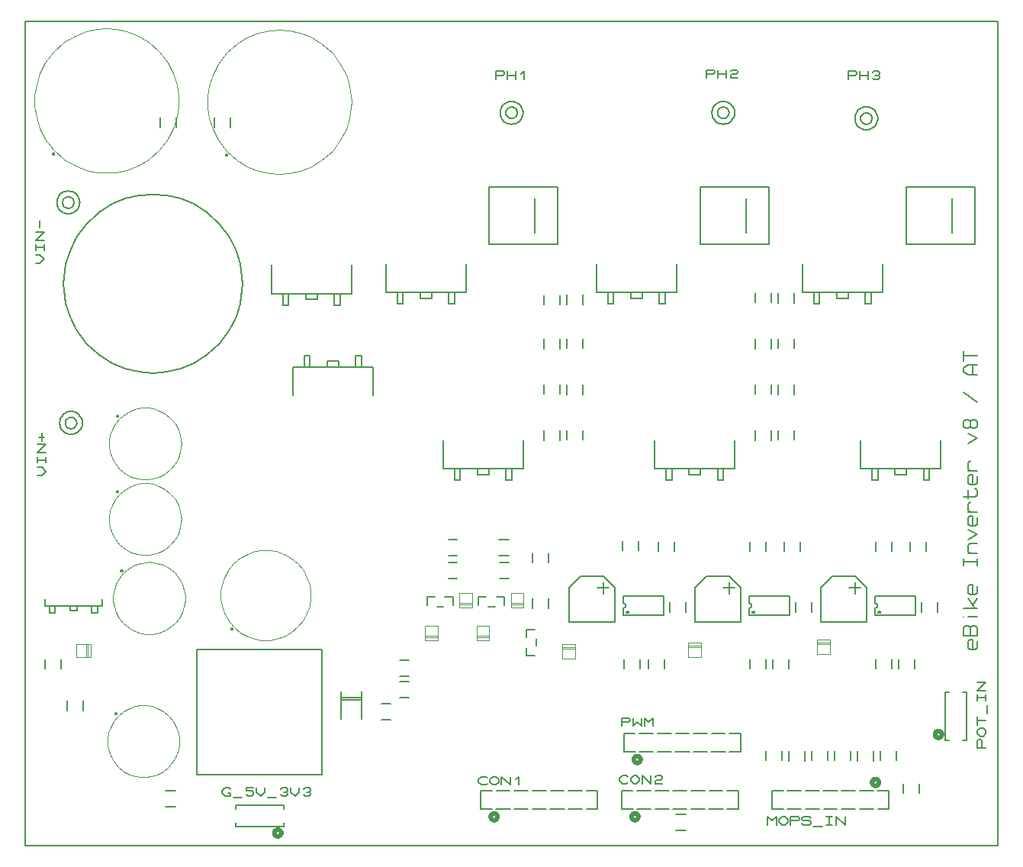
<source format=gbr>
G04 PROTEUS GERBER X2 FILE*
%TF.GenerationSoftware,Labcenter,Proteus,8.7-SP3-Build25561*%
%TF.CreationDate,2021-07-11T19:04:18+00:00*%
%TF.FileFunction,Legend,Top*%
%TF.FilePolarity,Positive*%
%TF.Part,Single*%
%TF.SameCoordinates,{258fd287-c93d-46cd-987c-e4f85f9f1f24}*%
%FSLAX45Y45*%
%MOMM*%
G01*
%TA.AperFunction,Profile*%
%ADD39C,0.203200*%
%TA.AperFunction,Material*%
%ADD47C,0.203200*%
%ADD48C,0.101600*%
%ADD49C,0.200000*%
%ADD50C,0.508000*%
%ADD51C,0.152400*%
%ADD52C,0.120000*%
%TD.AperFunction*%
D39*
X-1079500Y-6413500D02*
X+9715500Y-6413500D01*
X+9715500Y+2730500D01*
X-1079500Y+2730500D01*
X-1079500Y-6413500D01*
D47*
X+6413500Y+254000D02*
X+7175500Y+254000D01*
X+7175500Y+889000D01*
X+6413500Y+889000D01*
X+6413500Y+254000D01*
X+6921500Y+762000D02*
X+6921500Y+381000D01*
X+8699500Y+254000D02*
X+9461500Y+254000D01*
X+9461500Y+889000D01*
X+8699500Y+889000D01*
X+8699500Y+254000D01*
X+9207500Y+762000D02*
X+9207500Y+381000D01*
X+4064000Y+254000D02*
X+4826000Y+254000D01*
X+4826000Y+889000D01*
X+4064000Y+889000D01*
X+4064000Y+254000D01*
X+4572000Y+762000D02*
X+4572000Y+381000D01*
X+4445000Y+1714500D02*
X+4444573Y+1724909D01*
X+4441101Y+1745728D01*
X+4433845Y+1766547D01*
X+4422017Y+1787366D01*
X+4403920Y+1808024D01*
X+4383101Y+1823545D01*
X+4362282Y+1833530D01*
X+4341463Y+1839314D01*
X+4320644Y+1841472D01*
X+4318000Y+1841500D01*
X+4191000Y+1714500D02*
X+4191427Y+1724909D01*
X+4194899Y+1745728D01*
X+4202155Y+1766547D01*
X+4213983Y+1787366D01*
X+4232080Y+1808024D01*
X+4252899Y+1823545D01*
X+4273718Y+1833530D01*
X+4294537Y+1839314D01*
X+4315356Y+1841472D01*
X+4318000Y+1841500D01*
X+4191000Y+1714500D02*
X+4191427Y+1704091D01*
X+4194899Y+1683272D01*
X+4202155Y+1662453D01*
X+4213983Y+1641634D01*
X+4232080Y+1620976D01*
X+4252899Y+1605455D01*
X+4273718Y+1595470D01*
X+4294537Y+1589686D01*
X+4315356Y+1587528D01*
X+4318000Y+1587500D01*
X+4445000Y+1714500D02*
X+4444573Y+1704091D01*
X+4441101Y+1683272D01*
X+4433845Y+1662453D01*
X+4422017Y+1641634D01*
X+4403920Y+1620976D01*
X+4383101Y+1605455D01*
X+4362282Y+1595470D01*
X+4341463Y+1589686D01*
X+4320644Y+1587528D01*
X+4318000Y+1587500D01*
X+4381500Y+1714500D02*
X+4381283Y+1719747D01*
X+4379518Y+1730242D01*
X+4375826Y+1740737D01*
X+4369798Y+1751232D01*
X+4360576Y+1761612D01*
X+4350081Y+1769300D01*
X+4339586Y+1774218D01*
X+4329091Y+1777024D01*
X+4318596Y+1777997D01*
X+4318000Y+1778000D01*
X+4254500Y+1714500D02*
X+4254717Y+1719747D01*
X+4256482Y+1730242D01*
X+4260174Y+1740737D01*
X+4266202Y+1751232D01*
X+4275424Y+1761612D01*
X+4285919Y+1769300D01*
X+4296414Y+1774218D01*
X+4306909Y+1777024D01*
X+4317404Y+1777997D01*
X+4318000Y+1778000D01*
X+4254500Y+1714500D02*
X+4254717Y+1709253D01*
X+4256482Y+1698758D01*
X+4260174Y+1688263D01*
X+4266202Y+1677768D01*
X+4275424Y+1667388D01*
X+4285919Y+1659700D01*
X+4296414Y+1654782D01*
X+4306909Y+1651976D01*
X+4317404Y+1651003D01*
X+4318000Y+1651000D01*
X+4381500Y+1714500D02*
X+4381283Y+1709253D01*
X+4379518Y+1698758D01*
X+4375826Y+1688263D01*
X+4369798Y+1677768D01*
X+4360576Y+1667388D01*
X+4350081Y+1659700D01*
X+4339586Y+1654782D01*
X+4329091Y+1651976D01*
X+4318596Y+1651003D01*
X+4318000Y+1651000D01*
X+4140200Y+2085340D02*
X+4140200Y+2176780D01*
X+4219575Y+2176780D01*
X+4235450Y+2161540D01*
X+4235450Y+2146300D01*
X+4219575Y+2131060D01*
X+4140200Y+2131060D01*
X+4267200Y+2085340D02*
X+4267200Y+2176780D01*
X+4362450Y+2176780D02*
X+4362450Y+2085340D01*
X+4267200Y+2131060D02*
X+4362450Y+2131060D01*
X+4425950Y+2146300D02*
X+4457700Y+2176780D01*
X+4457700Y+2085340D01*
X+6794500Y+1714500D02*
X+6794073Y+1724909D01*
X+6790601Y+1745728D01*
X+6783345Y+1766547D01*
X+6771517Y+1787366D01*
X+6753420Y+1808024D01*
X+6732601Y+1823545D01*
X+6711782Y+1833530D01*
X+6690963Y+1839314D01*
X+6670144Y+1841472D01*
X+6667500Y+1841500D01*
X+6540500Y+1714500D02*
X+6540927Y+1724909D01*
X+6544399Y+1745728D01*
X+6551655Y+1766547D01*
X+6563483Y+1787366D01*
X+6581580Y+1808024D01*
X+6602399Y+1823545D01*
X+6623218Y+1833530D01*
X+6644037Y+1839314D01*
X+6664856Y+1841472D01*
X+6667500Y+1841500D01*
X+6540500Y+1714500D02*
X+6540927Y+1704091D01*
X+6544399Y+1683272D01*
X+6551655Y+1662453D01*
X+6563483Y+1641634D01*
X+6581580Y+1620976D01*
X+6602399Y+1605455D01*
X+6623218Y+1595470D01*
X+6644037Y+1589686D01*
X+6664856Y+1587528D01*
X+6667500Y+1587500D01*
X+6794500Y+1714500D02*
X+6794073Y+1704091D01*
X+6790601Y+1683272D01*
X+6783345Y+1662453D01*
X+6771517Y+1641634D01*
X+6753420Y+1620976D01*
X+6732601Y+1605455D01*
X+6711782Y+1595470D01*
X+6690963Y+1589686D01*
X+6670144Y+1587528D01*
X+6667500Y+1587500D01*
X+6731000Y+1714500D02*
X+6730783Y+1719747D01*
X+6729018Y+1730242D01*
X+6725326Y+1740737D01*
X+6719298Y+1751232D01*
X+6710076Y+1761612D01*
X+6699581Y+1769300D01*
X+6689086Y+1774218D01*
X+6678591Y+1777024D01*
X+6668096Y+1777997D01*
X+6667500Y+1778000D01*
X+6604000Y+1714500D02*
X+6604217Y+1719747D01*
X+6605982Y+1730242D01*
X+6609674Y+1740737D01*
X+6615702Y+1751232D01*
X+6624924Y+1761612D01*
X+6635419Y+1769300D01*
X+6645914Y+1774218D01*
X+6656409Y+1777024D01*
X+6666904Y+1777997D01*
X+6667500Y+1778000D01*
X+6604000Y+1714500D02*
X+6604217Y+1709253D01*
X+6605982Y+1698758D01*
X+6609674Y+1688263D01*
X+6615702Y+1677768D01*
X+6624924Y+1667388D01*
X+6635419Y+1659700D01*
X+6645914Y+1654782D01*
X+6656409Y+1651976D01*
X+6666904Y+1651003D01*
X+6667500Y+1651000D01*
X+6731000Y+1714500D02*
X+6730783Y+1709253D01*
X+6729018Y+1698758D01*
X+6725326Y+1688263D01*
X+6719298Y+1677768D01*
X+6710076Y+1667388D01*
X+6699581Y+1659700D01*
X+6689086Y+1654782D01*
X+6678591Y+1651976D01*
X+6668096Y+1651003D01*
X+6667500Y+1651000D01*
X+6477000Y+2098040D02*
X+6477000Y+2189480D01*
X+6556375Y+2189480D01*
X+6572250Y+2174240D01*
X+6572250Y+2159000D01*
X+6556375Y+2143760D01*
X+6477000Y+2143760D01*
X+6604000Y+2098040D02*
X+6604000Y+2189480D01*
X+6699250Y+2189480D02*
X+6699250Y+2098040D01*
X+6604000Y+2143760D02*
X+6699250Y+2143760D01*
X+6746875Y+2174240D02*
X+6762750Y+2189480D01*
X+6810375Y+2189480D01*
X+6826250Y+2174240D01*
X+6826250Y+2159000D01*
X+6810375Y+2143760D01*
X+6762750Y+2143760D01*
X+6746875Y+2128520D01*
X+6746875Y+2098040D01*
X+6826250Y+2098040D01*
X+8382000Y+1651000D02*
X+8381573Y+1661409D01*
X+8378101Y+1682228D01*
X+8370845Y+1703047D01*
X+8359017Y+1723866D01*
X+8340920Y+1744524D01*
X+8320101Y+1760045D01*
X+8299282Y+1770030D01*
X+8278463Y+1775814D01*
X+8257644Y+1777972D01*
X+8255000Y+1778000D01*
X+8128000Y+1651000D02*
X+8128427Y+1661409D01*
X+8131899Y+1682228D01*
X+8139155Y+1703047D01*
X+8150983Y+1723866D01*
X+8169080Y+1744524D01*
X+8189899Y+1760045D01*
X+8210718Y+1770030D01*
X+8231537Y+1775814D01*
X+8252356Y+1777972D01*
X+8255000Y+1778000D01*
X+8128000Y+1651000D02*
X+8128427Y+1640591D01*
X+8131899Y+1619772D01*
X+8139155Y+1598953D01*
X+8150983Y+1578134D01*
X+8169080Y+1557476D01*
X+8189899Y+1541955D01*
X+8210718Y+1531970D01*
X+8231537Y+1526186D01*
X+8252356Y+1524028D01*
X+8255000Y+1524000D01*
X+8382000Y+1651000D02*
X+8381573Y+1640591D01*
X+8378101Y+1619772D01*
X+8370845Y+1598953D01*
X+8359017Y+1578134D01*
X+8340920Y+1557476D01*
X+8320101Y+1541955D01*
X+8299282Y+1531970D01*
X+8278463Y+1526186D01*
X+8257644Y+1524028D01*
X+8255000Y+1524000D01*
X+8318500Y+1651000D02*
X+8318283Y+1656247D01*
X+8316518Y+1666742D01*
X+8312826Y+1677237D01*
X+8306798Y+1687732D01*
X+8297576Y+1698112D01*
X+8287081Y+1705800D01*
X+8276586Y+1710718D01*
X+8266091Y+1713524D01*
X+8255596Y+1714497D01*
X+8255000Y+1714500D01*
X+8191500Y+1651000D02*
X+8191717Y+1656247D01*
X+8193482Y+1666742D01*
X+8197174Y+1677237D01*
X+8203202Y+1687732D01*
X+8212424Y+1698112D01*
X+8222919Y+1705800D01*
X+8233414Y+1710718D01*
X+8243909Y+1713524D01*
X+8254404Y+1714497D01*
X+8255000Y+1714500D01*
X+8191500Y+1651000D02*
X+8191717Y+1645753D01*
X+8193482Y+1635258D01*
X+8197174Y+1624763D01*
X+8203202Y+1614268D01*
X+8212424Y+1603888D01*
X+8222919Y+1596200D01*
X+8233414Y+1591282D01*
X+8243909Y+1588476D01*
X+8254404Y+1587503D01*
X+8255000Y+1587500D01*
X+8318500Y+1651000D02*
X+8318283Y+1645753D01*
X+8316518Y+1635258D01*
X+8312826Y+1624763D01*
X+8306798Y+1614268D01*
X+8297576Y+1603888D01*
X+8287081Y+1596200D01*
X+8276586Y+1591282D01*
X+8266091Y+1588476D01*
X+8255596Y+1587503D01*
X+8255000Y+1587500D01*
X+8051800Y+2085340D02*
X+8051800Y+2176780D01*
X+8131175Y+2176780D01*
X+8147050Y+2161540D01*
X+8147050Y+2146300D01*
X+8131175Y+2131060D01*
X+8051800Y+2131060D01*
X+8178800Y+2085340D02*
X+8178800Y+2176780D01*
X+8274050Y+2176780D02*
X+8274050Y+2085340D01*
X+8178800Y+2131060D02*
X+8274050Y+2131060D01*
X+8321675Y+2161540D02*
X+8337550Y+2176780D01*
X+8385175Y+2176780D01*
X+8401050Y+2161540D01*
X+8401050Y+2146300D01*
X+8385175Y+2131060D01*
X+8401050Y+2115820D01*
X+8401050Y+2100580D01*
X+8385175Y+2085340D01*
X+8337550Y+2085340D01*
X+8321675Y+2100580D01*
X+8353425Y+2131060D02*
X+8385175Y+2131060D01*
X-863600Y-3683000D02*
X-863600Y-3759200D01*
X-228600Y-3759200D01*
X-228600Y-3683000D01*
X-584200Y-3759200D02*
X-584200Y-3810000D01*
X-508000Y-3810000D01*
X-508000Y-3759200D01*
X-812800Y-3759200D02*
X-812800Y-3835400D01*
X-749300Y-3835400D01*
X-749300Y-3759200D01*
X-279400Y-3759200D02*
X-279400Y-3835400D01*
X-342900Y-3835400D01*
X-342900Y-3759200D02*
X-342900Y-3835400D01*
D48*
X-384910Y-4324500D02*
X-384910Y-4184500D01*
X-404910Y-4324500D02*
X-404910Y-4184500D01*
X-514910Y-4324500D02*
X-354910Y-4324500D01*
X-354910Y-4184500D01*
X-514910Y-4184500D01*
X-514910Y-4324500D01*
D49*
X-684700Y-4449500D02*
X-684700Y-4349500D01*
X-864700Y-4449500D02*
X-864700Y-4349500D01*
D47*
X+825500Y-5626100D02*
X+2209800Y-5626100D01*
X+2209800Y-4241800D01*
X+825500Y-4241800D01*
X+825500Y-5626100D01*
X+2425700Y-4772600D02*
X+2654300Y-4772600D01*
X+2654300Y-4798000D02*
X+2425700Y-4798000D01*
X+2425700Y-5013900D02*
X+2425700Y-4709100D01*
X+2654300Y-5013900D02*
X+2654300Y-4709100D01*
D49*
X-617800Y-4806700D02*
X-617800Y-4916700D01*
X-437800Y-4806700D02*
X-437800Y-4916700D01*
X+3179500Y-4355000D02*
X+3079500Y-4355000D01*
X+3179500Y-4535000D02*
X+3079500Y-4535000D01*
X+418000Y+1665500D02*
X+418000Y+1555500D01*
X+598000Y+1665500D02*
X+598000Y+1555500D01*
X+1014900Y+1665500D02*
X+1014900Y+1555500D01*
X+1194900Y+1665500D02*
X+1194900Y+1555500D01*
D47*
X-475309Y+718491D02*
X-475736Y+728900D01*
X-479208Y+749719D01*
X-486464Y+770538D01*
X-498292Y+791357D01*
X-516389Y+812015D01*
X-537208Y+827536D01*
X-558027Y+837521D01*
X-578846Y+843305D01*
X-599665Y+845463D01*
X-602309Y+845491D01*
X-729309Y+718491D02*
X-728882Y+728900D01*
X-725410Y+749719D01*
X-718154Y+770538D01*
X-706326Y+791357D01*
X-688229Y+812015D01*
X-667410Y+827536D01*
X-646591Y+837521D01*
X-625772Y+843305D01*
X-604953Y+845463D01*
X-602309Y+845491D01*
X-729309Y+718491D02*
X-728882Y+708082D01*
X-725410Y+687263D01*
X-718154Y+666444D01*
X-706326Y+645625D01*
X-688229Y+624967D01*
X-667410Y+609446D01*
X-646591Y+599461D01*
X-625772Y+593677D01*
X-604953Y+591519D01*
X-602309Y+591491D01*
X-475309Y+718491D02*
X-475736Y+708082D01*
X-479208Y+687263D01*
X-486464Y+666444D01*
X-498292Y+645625D01*
X-516389Y+624967D01*
X-537208Y+609446D01*
X-558027Y+599461D01*
X-578846Y+593677D01*
X-599665Y+591519D01*
X-602309Y+591491D01*
X-538809Y+718491D02*
X-539026Y+723738D01*
X-540791Y+734233D01*
X-544483Y+744728D01*
X-550511Y+755223D01*
X-559733Y+765603D01*
X-570228Y+773291D01*
X-580723Y+778209D01*
X-591218Y+781015D01*
X-601713Y+781988D01*
X-602309Y+781991D01*
X-665809Y+718491D02*
X-665592Y+723738D01*
X-663827Y+734233D01*
X-660135Y+744728D01*
X-654107Y+755223D01*
X-644885Y+765603D01*
X-634390Y+773291D01*
X-623895Y+778209D01*
X-613400Y+781015D01*
X-602905Y+781988D01*
X-602309Y+781991D01*
X-665809Y+718491D02*
X-665592Y+713244D01*
X-663827Y+702749D01*
X-660135Y+692254D01*
X-654107Y+681759D01*
X-644885Y+671379D01*
X-634390Y+663691D01*
X-623895Y+658773D01*
X-613400Y+655967D01*
X-602905Y+654994D01*
X-602309Y+654991D01*
X-538809Y+718491D02*
X-539026Y+713244D01*
X-540791Y+702749D01*
X-544483Y+692254D01*
X-550511Y+681759D01*
X-559733Y+671379D01*
X-570228Y+663691D01*
X-580723Y+658773D01*
X-591218Y+655967D01*
X-601713Y+654994D01*
X-602309Y+654991D01*
X-962989Y+45391D02*
X-917269Y+45391D01*
X-871549Y+93016D01*
X-917269Y+140641D01*
X-962989Y+140641D01*
X-962989Y+188266D02*
X-962989Y+251766D01*
X-962989Y+220016D02*
X-871549Y+220016D01*
X-871549Y+188266D02*
X-871549Y+251766D01*
X-871549Y+299391D02*
X-962989Y+299391D01*
X-871549Y+394641D01*
X-962989Y+394641D01*
X-917269Y+442266D02*
X-917269Y+521641D01*
X-444500Y-1727200D02*
X-444927Y-1716791D01*
X-448399Y-1695972D01*
X-455655Y-1675153D01*
X-467483Y-1654334D01*
X-485580Y-1633676D01*
X-506399Y-1618155D01*
X-527218Y-1608170D01*
X-548037Y-1602386D01*
X-568856Y-1600228D01*
X-571500Y-1600200D01*
X-698500Y-1727200D02*
X-698073Y-1716791D01*
X-694601Y-1695972D01*
X-687345Y-1675153D01*
X-675517Y-1654334D01*
X-657420Y-1633676D01*
X-636601Y-1618155D01*
X-615782Y-1608170D01*
X-594963Y-1602386D01*
X-574144Y-1600228D01*
X-571500Y-1600200D01*
X-698500Y-1727200D02*
X-698073Y-1737609D01*
X-694601Y-1758428D01*
X-687345Y-1779247D01*
X-675517Y-1800066D01*
X-657420Y-1820724D01*
X-636601Y-1836245D01*
X-615782Y-1846230D01*
X-594963Y-1852014D01*
X-574144Y-1854172D01*
X-571500Y-1854200D01*
X-444500Y-1727200D02*
X-444927Y-1737609D01*
X-448399Y-1758428D01*
X-455655Y-1779247D01*
X-467483Y-1800066D01*
X-485580Y-1820724D01*
X-506399Y-1836245D01*
X-527218Y-1846230D01*
X-548037Y-1852014D01*
X-568856Y-1854172D01*
X-571500Y-1854200D01*
X-508000Y-1727200D02*
X-508217Y-1721953D01*
X-509982Y-1711458D01*
X-513674Y-1700963D01*
X-519702Y-1690468D01*
X-528924Y-1680088D01*
X-539419Y-1672400D01*
X-549914Y-1667482D01*
X-560409Y-1664676D01*
X-570904Y-1663703D01*
X-571500Y-1663700D01*
X-635000Y-1727200D02*
X-634783Y-1721953D01*
X-633018Y-1711458D01*
X-629326Y-1700963D01*
X-623298Y-1690468D01*
X-614076Y-1680088D01*
X-603581Y-1672400D01*
X-593086Y-1667482D01*
X-582591Y-1664676D01*
X-572096Y-1663703D01*
X-571500Y-1663700D01*
X-635000Y-1727200D02*
X-634783Y-1732447D01*
X-633018Y-1742942D01*
X-629326Y-1753437D01*
X-623298Y-1763932D01*
X-614076Y-1774312D01*
X-603581Y-1782000D01*
X-593086Y-1786918D01*
X-582591Y-1789724D01*
X-572096Y-1790697D01*
X-571500Y-1790700D01*
X-508000Y-1727200D02*
X-508217Y-1732447D01*
X-509982Y-1742942D01*
X-513674Y-1753437D01*
X-519702Y-1763932D01*
X-528924Y-1774312D01*
X-539419Y-1782000D01*
X-549914Y-1786918D01*
X-560409Y-1789724D01*
X-570904Y-1790697D01*
X-571500Y-1790700D01*
X-942340Y-2311400D02*
X-896620Y-2311400D01*
X-850900Y-2263775D01*
X-896620Y-2216150D01*
X-942340Y-2216150D01*
X-942340Y-2168525D02*
X-942340Y-2105025D01*
X-942340Y-2136775D02*
X-850900Y-2136775D01*
X-850900Y-2168525D02*
X-850900Y-2105025D01*
X-850900Y-2057400D02*
X-942340Y-2057400D01*
X-850900Y-1962150D01*
X-942340Y-1962150D01*
X-896620Y-1930400D02*
X-896620Y-1835150D01*
X-927100Y-1882775D02*
X-866140Y-1882775D01*
D49*
X+5942500Y-3043500D02*
X+5942500Y-3143500D01*
X+6122500Y-3043500D02*
X+6122500Y-3143500D01*
X+5548800Y-3041400D02*
X+5548800Y-3141400D01*
X+5728800Y-3041400D02*
X+5728800Y-3141400D01*
D47*
X+5554980Y-3860800D02*
X+5554980Y-3779838D01*
X+5565601Y-3777756D01*
X+5574167Y-3772036D01*
X+5579886Y-3763471D01*
X+5581968Y-3752850D01*
X+5554980Y-3725862D02*
X+5565601Y-3727944D01*
X+5574167Y-3733664D01*
X+5579886Y-3742229D01*
X+5581968Y-3752850D01*
X+5554980Y-3725862D02*
X+5554980Y-3644900D01*
X+6002020Y-3784600D02*
X+6002020Y-3721100D01*
X+5588000Y-3860800D02*
X+5969000Y-3860800D01*
X+5588000Y-3644900D02*
X+5969000Y-3644900D01*
X+5588000Y-3860800D02*
X+5554980Y-3860800D01*
X+5554980Y-3644900D02*
X+5588000Y-3644900D01*
X+6002020Y-3721100D02*
X+6002020Y-3644900D01*
X+5969000Y-3644900D01*
X+5969000Y-3860800D02*
X+6002020Y-3860800D01*
X+6002020Y-3784600D01*
X+5614416Y-3825240D02*
X+5614381Y-3824395D01*
X+5614094Y-3822704D01*
X+5613495Y-3821013D01*
X+5612515Y-3819322D01*
X+5611015Y-3817654D01*
X+5609324Y-3816434D01*
X+5607633Y-3815658D01*
X+5605942Y-3815221D01*
X+5604256Y-3815080D01*
X+5594096Y-3825240D02*
X+5594131Y-3824395D01*
X+5594418Y-3822704D01*
X+5595017Y-3821013D01*
X+5595997Y-3819322D01*
X+5597497Y-3817654D01*
X+5599188Y-3816434D01*
X+5600879Y-3815658D01*
X+5602570Y-3815221D01*
X+5604256Y-3815080D01*
X+5594096Y-3825240D02*
X+5594131Y-3826085D01*
X+5594418Y-3827776D01*
X+5595017Y-3829467D01*
X+5595997Y-3831158D01*
X+5597497Y-3832826D01*
X+5599188Y-3834046D01*
X+5600879Y-3834822D01*
X+5602570Y-3835259D01*
X+5604256Y-3835400D01*
X+5614416Y-3825240D02*
X+5614381Y-3826085D01*
X+5614094Y-3827776D01*
X+5613495Y-3829467D01*
X+5612515Y-3831158D01*
X+5611015Y-3832826D01*
X+5609324Y-3834046D01*
X+5607633Y-3834822D01*
X+5605942Y-3835259D01*
X+5604256Y-3835400D01*
X+6951980Y-3860800D02*
X+6951980Y-3779838D01*
X+6962601Y-3777756D01*
X+6971167Y-3772036D01*
X+6976886Y-3763471D01*
X+6978968Y-3752850D01*
X+6951980Y-3725862D02*
X+6962601Y-3727944D01*
X+6971167Y-3733664D01*
X+6976886Y-3742229D01*
X+6978968Y-3752850D01*
X+6951980Y-3725862D02*
X+6951980Y-3644900D01*
X+7399020Y-3784600D02*
X+7399020Y-3721100D01*
X+6985000Y-3860800D02*
X+7366000Y-3860800D01*
X+6985000Y-3644900D02*
X+7366000Y-3644900D01*
X+6985000Y-3860800D02*
X+6951980Y-3860800D01*
X+6951980Y-3644900D02*
X+6985000Y-3644900D01*
X+7399020Y-3721100D02*
X+7399020Y-3644900D01*
X+7366000Y-3644900D01*
X+7366000Y-3860800D02*
X+7399020Y-3860800D01*
X+7399020Y-3784600D01*
X+7011416Y-3825240D02*
X+7011381Y-3824395D01*
X+7011094Y-3822704D01*
X+7010495Y-3821013D01*
X+7009515Y-3819322D01*
X+7008015Y-3817654D01*
X+7006324Y-3816434D01*
X+7004633Y-3815658D01*
X+7002942Y-3815221D01*
X+7001256Y-3815080D01*
X+6991096Y-3825240D02*
X+6991131Y-3824395D01*
X+6991418Y-3822704D01*
X+6992017Y-3821013D01*
X+6992997Y-3819322D01*
X+6994497Y-3817654D01*
X+6996188Y-3816434D01*
X+6997879Y-3815658D01*
X+6999570Y-3815221D01*
X+7001256Y-3815080D01*
X+6991096Y-3825240D02*
X+6991131Y-3826085D01*
X+6991418Y-3827776D01*
X+6992017Y-3829467D01*
X+6992997Y-3831158D01*
X+6994497Y-3832826D01*
X+6996188Y-3834046D01*
X+6997879Y-3834822D01*
X+6999570Y-3835259D01*
X+7001256Y-3835400D01*
X+7011416Y-3825240D02*
X+7011381Y-3826085D01*
X+7011094Y-3827776D01*
X+7010495Y-3829467D01*
X+7009515Y-3831158D01*
X+7008015Y-3832826D01*
X+7006324Y-3834046D01*
X+7004633Y-3834822D01*
X+7002942Y-3835259D01*
X+7001256Y-3835400D01*
X+8348980Y-3860800D02*
X+8348980Y-3779838D01*
X+8359601Y-3777756D01*
X+8368167Y-3772036D01*
X+8373886Y-3763471D01*
X+8375968Y-3752850D01*
X+8348980Y-3725862D02*
X+8359601Y-3727944D01*
X+8368167Y-3733664D01*
X+8373886Y-3742229D01*
X+8375968Y-3752850D01*
X+8348980Y-3725862D02*
X+8348980Y-3644900D01*
X+8796020Y-3784600D02*
X+8796020Y-3721100D01*
X+8382000Y-3860800D02*
X+8763000Y-3860800D01*
X+8382000Y-3644900D02*
X+8763000Y-3644900D01*
X+8382000Y-3860800D02*
X+8348980Y-3860800D01*
X+8348980Y-3644900D02*
X+8382000Y-3644900D01*
X+8796020Y-3721100D02*
X+8796020Y-3644900D01*
X+8763000Y-3644900D01*
X+8763000Y-3860800D02*
X+8796020Y-3860800D01*
X+8796020Y-3784600D01*
X+8408416Y-3825240D02*
X+8408381Y-3824395D01*
X+8408094Y-3822704D01*
X+8407495Y-3821013D01*
X+8406515Y-3819322D01*
X+8405015Y-3817654D01*
X+8403324Y-3816434D01*
X+8401633Y-3815658D01*
X+8399942Y-3815221D01*
X+8398256Y-3815080D01*
X+8388096Y-3825240D02*
X+8388131Y-3824395D01*
X+8388418Y-3822704D01*
X+8389017Y-3821013D01*
X+8389997Y-3819322D01*
X+8391497Y-3817654D01*
X+8393188Y-3816434D01*
X+8394879Y-3815658D01*
X+8396570Y-3815221D01*
X+8398256Y-3815080D01*
X+8388096Y-3825240D02*
X+8388131Y-3826085D01*
X+8388418Y-3827776D01*
X+8389017Y-3829467D01*
X+8389997Y-3831158D01*
X+8391497Y-3832826D01*
X+8393188Y-3834046D01*
X+8394879Y-3834822D01*
X+8396570Y-3835259D01*
X+8398256Y-3835400D01*
X+8408416Y-3825240D02*
X+8408381Y-3826085D01*
X+8408094Y-3827776D01*
X+8407495Y-3829467D01*
X+8406515Y-3831158D01*
X+8405015Y-3832826D01*
X+8403324Y-3834046D01*
X+8401633Y-3834822D01*
X+8399942Y-3835259D01*
X+8398256Y-3835400D01*
D49*
X+6958500Y-3043500D02*
X+6958500Y-3143500D01*
X+7138500Y-3043500D02*
X+7138500Y-3143500D01*
D47*
X+5461000Y-3556000D02*
X+5334000Y-3429000D01*
X+5080000Y-3429000D01*
X+4953000Y-3556000D01*
X+4953000Y-3937000D01*
X+5461000Y-3937000D01*
X+5461000Y-3556000D01*
X+5334000Y-3492500D02*
X+5334000Y-3619500D01*
X+5397500Y-3556000D02*
X+5270500Y-3556000D01*
X+6858000Y-3556000D02*
X+6731000Y-3429000D01*
X+6477000Y-3429000D01*
X+6350000Y-3556000D01*
X+6350000Y-3937000D01*
X+6858000Y-3937000D01*
X+6858000Y-3556000D01*
X+6731000Y-3492500D02*
X+6731000Y-3619500D01*
X+6794500Y-3556000D02*
X+6667500Y-3556000D01*
X+8255000Y-3556000D02*
X+8128000Y-3429000D01*
X+7874000Y-3429000D01*
X+7747000Y-3556000D01*
X+7747000Y-3937000D01*
X+8255000Y-3937000D01*
X+8255000Y-3556000D01*
X+8128000Y-3492500D02*
X+8128000Y-3619500D01*
X+8191500Y-3556000D02*
X+8064500Y-3556000D01*
D48*
X+5023000Y-4213960D02*
X+4883000Y-4213960D01*
X+5023000Y-4233960D02*
X+4883000Y-4233960D01*
X+4883000Y-4343960D02*
X+5023000Y-4343960D01*
X+5023000Y-4183960D01*
X+4883000Y-4183960D01*
X+4883000Y-4343960D01*
X+6420000Y-4194910D02*
X+6280000Y-4194910D01*
X+6420000Y-4214910D02*
X+6280000Y-4214910D01*
X+6280000Y-4324910D02*
X+6420000Y-4324910D01*
X+6420000Y-4164910D01*
X+6280000Y-4164910D01*
X+6280000Y-4324910D01*
X+7848750Y-4163160D02*
X+7708750Y-4163160D01*
X+7848750Y-4183160D02*
X+7708750Y-4183160D01*
X+7708750Y-4293160D02*
X+7848750Y-4293160D01*
X+7848750Y-4133160D01*
X+7708750Y-4133160D01*
X+7708750Y-4293160D01*
D49*
X+6069500Y-3714500D02*
X+6069500Y-3824500D01*
X+6249500Y-3714500D02*
X+6249500Y-3824500D01*
X+7466500Y-3714500D02*
X+7466500Y-3824500D01*
X+7646500Y-3714500D02*
X+7646500Y-3824500D01*
X+8863500Y-3714500D02*
X+8863500Y-3824500D01*
X+9043500Y-3714500D02*
X+9043500Y-3824500D01*
X+7339500Y-3043500D02*
X+7339500Y-3143500D01*
X+7519500Y-3043500D02*
X+7519500Y-3143500D01*
X+8355500Y-3043500D02*
X+8355500Y-3143500D01*
X+8535500Y-3043500D02*
X+8535500Y-3143500D01*
X+8736500Y-3043500D02*
X+8736500Y-3143500D01*
X+8916500Y-3043500D02*
X+8916500Y-3143500D01*
X+5741500Y-4449500D02*
X+5741500Y-4349500D01*
X+5561500Y-4449500D02*
X+5561500Y-4349500D01*
X+6013000Y-4449500D02*
X+6013000Y-4349500D01*
X+5833000Y-4449500D02*
X+5833000Y-4349500D01*
X+7138500Y-4449500D02*
X+7138500Y-4349500D01*
X+6958500Y-4449500D02*
X+6958500Y-4349500D01*
X+4926500Y-793500D02*
X+4926500Y-893500D01*
X+5106500Y-793500D02*
X+5106500Y-893500D01*
X+4672500Y-313000D02*
X+4672500Y-413000D01*
X+4852500Y-313000D02*
X+4852500Y-413000D01*
X+4926500Y-1809500D02*
X+4926500Y-1909500D01*
X+5106500Y-1809500D02*
X+5106500Y-1909500D01*
X+4672500Y-1301500D02*
X+4672500Y-1401500D01*
X+4852500Y-1301500D02*
X+4852500Y-1401500D01*
X+4926500Y-303000D02*
X+4926500Y-413000D01*
X+5106500Y-303000D02*
X+5106500Y-413000D01*
X+4672500Y-793500D02*
X+4672500Y-903500D01*
X+4852500Y-793500D02*
X+4852500Y-903500D01*
X+4926500Y-1301500D02*
X+4926500Y-1411500D01*
X+5106500Y-1301500D02*
X+5106500Y-1411500D01*
X+4672500Y-1809500D02*
X+4672500Y-1919500D01*
X+4852500Y-1809500D02*
X+4852500Y-1919500D01*
X+7276000Y-285500D02*
X+7276000Y-395500D01*
X+7456000Y-285500D02*
X+7456000Y-395500D01*
X+7022000Y-793500D02*
X+7022000Y-903500D01*
X+7202000Y-793500D02*
X+7202000Y-903500D01*
X+7276000Y-1301500D02*
X+7276000Y-1411500D01*
X+7456000Y-1301500D02*
X+7456000Y-1411500D01*
X+7022000Y-1809500D02*
X+7022000Y-1919500D01*
X+7202000Y-1809500D02*
X+7202000Y-1919500D01*
X+7276000Y-793500D02*
X+7276000Y-893500D01*
X+7456000Y-793500D02*
X+7456000Y-893500D01*
X+7022000Y-285500D02*
X+7022000Y-385500D01*
X+7202000Y-285500D02*
X+7202000Y-385500D01*
X+7276000Y-1809500D02*
X+7276000Y-1909500D01*
X+7456000Y-1809500D02*
X+7456000Y-1909500D01*
X+7022000Y-1301500D02*
X+7022000Y-1401500D01*
X+7202000Y-1301500D02*
X+7202000Y-1401500D01*
D47*
X+3667760Y-3655060D02*
X+3578860Y-3655060D01*
X+3561080Y-3766820D02*
X+3489960Y-3766820D01*
X+3667760Y-3655060D02*
X+3667760Y-3746500D01*
X+3378200Y-3749040D02*
X+3378200Y-3655060D01*
X+3464560Y-3655060D01*
X+4239260Y-3655060D02*
X+4150360Y-3655060D01*
X+4132580Y-3766820D02*
X+4061460Y-3766820D01*
X+4239260Y-3655060D02*
X+4239260Y-3746500D01*
X+3949700Y-3749040D02*
X+3949700Y-3655060D01*
X+4036060Y-3655060D01*
X+4480560Y-4015740D02*
X+4480560Y-4104640D01*
X+4592320Y-4122420D02*
X+4592320Y-4193540D01*
X+4480560Y-4015740D02*
X+4572000Y-4015740D01*
X+4574540Y-4305300D02*
X+4480560Y-4305300D01*
X+4480560Y-4218940D01*
D48*
X+3740000Y-3742590D02*
X+3880000Y-3742590D01*
X+3740000Y-3722590D02*
X+3880000Y-3722590D01*
X+3740000Y-3772590D02*
X+3880000Y-3772590D01*
X+3880000Y-3612590D01*
X+3740000Y-3612590D01*
X+3740000Y-3772590D01*
X+3359000Y-4104540D02*
X+3499000Y-4104540D01*
X+3359000Y-4084540D02*
X+3499000Y-4084540D01*
X+3359000Y-4134540D02*
X+3499000Y-4134540D01*
X+3499000Y-3974540D01*
X+3359000Y-3974540D01*
X+3359000Y-4134540D01*
X+4311500Y-3742590D02*
X+4451500Y-3742590D01*
X+4311500Y-3722590D02*
X+4451500Y-3722590D01*
X+4311500Y-3772590D02*
X+4451500Y-3772590D01*
X+4451500Y-3612590D01*
X+4311500Y-3612590D01*
X+4311500Y-3772590D01*
X+3930500Y-4104540D02*
X+4070500Y-4104540D01*
X+3930500Y-4084540D02*
X+4070500Y-4084540D01*
X+3930500Y-4134540D02*
X+4070500Y-4134540D01*
X+4070500Y-3974540D01*
X+3930500Y-3974540D01*
X+3930500Y-4134540D01*
D49*
X+3615000Y-3455500D02*
X+3715000Y-3455500D01*
X+3615000Y-3275500D02*
X+3715000Y-3275500D01*
X+3615000Y-3201500D02*
X+3715000Y-3201500D01*
X+3615000Y-3021500D02*
X+3715000Y-3021500D01*
X+4286500Y-3275500D02*
X+4186500Y-3275500D01*
X+4286500Y-3455500D02*
X+4186500Y-3455500D01*
X+4545500Y-3170500D02*
X+4545500Y-3270500D01*
X+4725500Y-3170500D02*
X+4725500Y-3270500D01*
X+4725500Y-3778500D02*
X+4725500Y-3668500D01*
X+4545500Y-3778500D02*
X+4545500Y-3668500D01*
X+4286500Y-3021500D02*
X+4176500Y-3021500D01*
X+4286500Y-3201500D02*
X+4176500Y-3201500D01*
X+8789500Y-4449500D02*
X+8789500Y-4349500D01*
X+8609500Y-4449500D02*
X+8609500Y-4349500D01*
X+6255000Y-6069500D02*
X+6145000Y-6069500D01*
X+6255000Y-6249500D02*
X+6145000Y-6249500D01*
X+8335500Y-5475500D02*
X+8335500Y-5365500D01*
X+8155500Y-5475500D02*
X+8155500Y-5365500D01*
X+7573500Y-5475499D02*
X+7573500Y-5365499D01*
X+7393500Y-5475499D02*
X+7393500Y-5365499D01*
D50*
X+9093200Y-5181500D02*
X+9093069Y-5178342D01*
X+9092003Y-5172024D01*
X+9089772Y-5165706D01*
X+9086127Y-5159388D01*
X+9080552Y-5153149D01*
X+9074234Y-5148553D01*
X+9067916Y-5145620D01*
X+9061598Y-5143958D01*
X+9055280Y-5143400D01*
X+9055100Y-5143400D01*
X+9017000Y-5181500D02*
X+9017131Y-5178342D01*
X+9018197Y-5172024D01*
X+9020428Y-5165706D01*
X+9024073Y-5159388D01*
X+9029648Y-5153149D01*
X+9035966Y-5148553D01*
X+9042284Y-5145620D01*
X+9048602Y-5143958D01*
X+9054920Y-5143400D01*
X+9055100Y-5143400D01*
X+9017000Y-5181500D02*
X+9017131Y-5184658D01*
X+9018197Y-5190976D01*
X+9020428Y-5197294D01*
X+9024073Y-5203612D01*
X+9029648Y-5209851D01*
X+9035966Y-5214447D01*
X+9042284Y-5217380D01*
X+9048602Y-5219042D01*
X+9054920Y-5219600D01*
X+9055100Y-5219600D01*
X+9093200Y-5181500D02*
X+9093069Y-5184658D01*
X+9092003Y-5190976D01*
X+9089772Y-5197294D01*
X+9086127Y-5203612D01*
X+9080552Y-5209851D01*
X+9074234Y-5214447D01*
X+9067916Y-5217380D01*
X+9061598Y-5219042D01*
X+9055280Y-5219600D01*
X+9055100Y-5219600D01*
D51*
X+9126220Y-4711650D02*
X+9126220Y-5251350D01*
X+9169735Y-5251350D01*
X+9364980Y-5251350D02*
X+9364980Y-4711650D01*
X+9321465Y-4711650D01*
X+9169735Y-4711650D02*
X+9126220Y-4711650D01*
X+9321465Y-5251350D02*
X+9364980Y-5251350D01*
D47*
X+9580070Y-5330417D02*
X+9488630Y-5330417D01*
X+9488630Y-5251042D01*
X+9503870Y-5235167D01*
X+9519110Y-5235167D01*
X+9534350Y-5251042D01*
X+9534350Y-5330417D01*
X+9519110Y-5203417D02*
X+9488630Y-5171667D01*
X+9488630Y-5139917D01*
X+9519110Y-5108167D01*
X+9549590Y-5108167D01*
X+9580070Y-5139917D01*
X+9580070Y-5171667D01*
X+9549590Y-5203417D01*
X+9519110Y-5203417D01*
X+9488630Y-5076417D02*
X+9488630Y-4981167D01*
X+9488630Y-5028792D02*
X+9580070Y-5028792D01*
X+9595310Y-4949417D02*
X+9595310Y-4854167D01*
X+9488630Y-4806542D02*
X+9488630Y-4743042D01*
X+9488630Y-4774792D02*
X+9580070Y-4774792D01*
X+9580070Y-4806542D02*
X+9580070Y-4743042D01*
X+9580070Y-4695417D02*
X+9488630Y-4695417D01*
X+9580070Y-4600167D01*
X+9488630Y-4600167D01*
D49*
X+7392500Y-4449500D02*
X+7392500Y-4349500D01*
X+7212500Y-4449500D02*
X+7212500Y-4349500D01*
X+8535500Y-4449500D02*
X+8535500Y-4349500D01*
X+8355500Y-4449500D02*
X+8355500Y-4349500D01*
X+8663500Y-5730301D02*
X+8663500Y-5830301D01*
X+8843500Y-5730301D02*
X+8843500Y-5830301D01*
X+7901500Y-5365500D02*
X+7901500Y-5465500D01*
X+8081500Y-5365500D02*
X+8081500Y-5465500D01*
X+7647500Y-5365500D02*
X+7647500Y-5465500D01*
X+7827500Y-5365500D02*
X+7827500Y-5465500D01*
X+8409500Y-5365500D02*
X+8409500Y-5465500D01*
X+8589500Y-5365500D02*
X+8589500Y-5465500D01*
X+7139500Y-5365500D02*
X+7139500Y-5465500D01*
X+7319500Y-5365500D02*
X+7319500Y-5465500D01*
D50*
X+8394600Y-5715000D02*
X+8394469Y-5711842D01*
X+8393403Y-5705524D01*
X+8391172Y-5699206D01*
X+8387527Y-5692888D01*
X+8381952Y-5686649D01*
X+8375634Y-5682053D01*
X+8369316Y-5679120D01*
X+8362998Y-5677458D01*
X+8356680Y-5676900D01*
X+8356500Y-5676900D01*
X+8318400Y-5715000D02*
X+8318531Y-5711842D01*
X+8319597Y-5705524D01*
X+8321828Y-5699206D01*
X+8325473Y-5692888D01*
X+8331048Y-5686649D01*
X+8337366Y-5682053D01*
X+8343684Y-5679120D01*
X+8350002Y-5677458D01*
X+8356320Y-5676900D01*
X+8356500Y-5676900D01*
X+8318400Y-5715000D02*
X+8318531Y-5718158D01*
X+8319597Y-5724476D01*
X+8321828Y-5730794D01*
X+8325473Y-5737112D01*
X+8331048Y-5743351D01*
X+8337366Y-5747947D01*
X+8343684Y-5750880D01*
X+8350002Y-5752542D01*
X+8356320Y-5753100D01*
X+8356500Y-5753100D01*
X+8394600Y-5715000D02*
X+8394469Y-5718158D01*
X+8393403Y-5724476D01*
X+8391172Y-5730794D01*
X+8387527Y-5737112D01*
X+8381952Y-5743351D01*
X+8375634Y-5747947D01*
X+8369316Y-5750880D01*
X+8362998Y-5752542D01*
X+8356680Y-5753100D01*
X+8356500Y-5753100D01*
D51*
X+8505470Y-5804840D02*
X+8378907Y-5804840D01*
X+7207530Y-5804840D02*
X+7207530Y-6005500D01*
X+7331309Y-6005500D01*
X+8505470Y-6005500D02*
X+8505470Y-5804840D01*
X+7334093Y-5804840D02*
X+7207530Y-5804840D01*
X+7381691Y-6005500D02*
X+7531309Y-6005500D01*
X+7534093Y-5804840D02*
X+7378907Y-5804840D01*
X+7581691Y-6005500D02*
X+7731309Y-6005500D01*
X+7734093Y-5804840D02*
X+7578907Y-5804840D01*
X+7781691Y-6005500D02*
X+7931309Y-6005500D01*
X+7934093Y-5804840D02*
X+7778907Y-5804840D01*
X+7981691Y-6005500D02*
X+8131309Y-6005500D01*
X+8134093Y-5804840D02*
X+7978907Y-5804840D01*
X+8181691Y-6005500D02*
X+8331309Y-6005500D01*
X+8381691Y-6005500D02*
X+8505470Y-6005500D01*
X+8334093Y-5804840D02*
X+8178907Y-5804840D01*
D47*
X+7160134Y-6185840D02*
X+7160134Y-6094400D01*
X+7207759Y-6140120D01*
X+7255384Y-6094400D01*
X+7255384Y-6185840D01*
X+7287134Y-6124880D02*
X+7318884Y-6094400D01*
X+7350634Y-6094400D01*
X+7382384Y-6124880D01*
X+7382384Y-6155360D01*
X+7350634Y-6185840D01*
X+7318884Y-6185840D01*
X+7287134Y-6155360D01*
X+7287134Y-6124880D01*
X+7414134Y-6185840D02*
X+7414134Y-6094400D01*
X+7493509Y-6094400D01*
X+7509384Y-6109640D01*
X+7509384Y-6124880D01*
X+7493509Y-6140120D01*
X+7414134Y-6140120D01*
X+7541134Y-6170600D02*
X+7557009Y-6185840D01*
X+7620509Y-6185840D01*
X+7636384Y-6170600D01*
X+7636384Y-6155360D01*
X+7620509Y-6140120D01*
X+7557009Y-6140120D01*
X+7541134Y-6124880D01*
X+7541134Y-6109640D01*
X+7557009Y-6094400D01*
X+7620509Y-6094400D01*
X+7636384Y-6109640D01*
X+7668134Y-6201080D02*
X+7763384Y-6201080D01*
X+7811009Y-6094400D02*
X+7874509Y-6094400D01*
X+7842759Y-6094400D02*
X+7842759Y-6185840D01*
X+7811009Y-6185840D02*
X+7874509Y-6185840D01*
X+7922134Y-6185840D02*
X+7922134Y-6094400D01*
X+8017384Y-6185840D01*
X+8017384Y-6094400D01*
X+1330224Y-182377D02*
X+1327524Y-109240D01*
X+1305652Y+37035D01*
X+1260354Y+183310D01*
X+1187889Y+329585D01*
X+1080342Y+475860D01*
X+936571Y+608804D01*
X+790296Y+700566D01*
X+644021Y+761242D01*
X+497746Y+796629D01*
X+351471Y+809437D01*
X+338323Y+809524D01*
X-653578Y-182377D02*
X-650878Y-109240D01*
X-629006Y+37035D01*
X-583708Y+183310D01*
X-511243Y+329585D01*
X-403696Y+475860D01*
X-259925Y+608804D01*
X-113650Y+700566D01*
X+32625Y+761242D01*
X+178900Y+796629D01*
X+325175Y+809437D01*
X+338323Y+809524D01*
X-653578Y-182377D02*
X-650878Y-255514D01*
X-629006Y-401789D01*
X-583708Y-548064D01*
X-511243Y-694339D01*
X-403696Y-840614D01*
X-259925Y-973558D01*
X-113650Y-1065320D01*
X+32625Y-1125996D01*
X+178900Y-1161383D01*
X+325175Y-1174191D01*
X+338323Y-1174278D01*
X+1330224Y-182377D02*
X+1327524Y-255514D01*
X+1305652Y-401789D01*
X+1260354Y-548064D01*
X+1187889Y-694339D01*
X+1080342Y-840614D01*
X+936571Y-973558D01*
X+790296Y-1065320D01*
X+644021Y-1125996D01*
X+497746Y-1161383D01*
X+351471Y-1174191D01*
X+338323Y-1174278D01*
D52*
X+622200Y+1848200D02*
X+619922Y+1908532D01*
X+601456Y+2029197D01*
X+563145Y+2149862D01*
X+501641Y+2270527D01*
X+409703Y+2391192D01*
X+289914Y+2497233D01*
X+169249Y+2569003D01*
X+48584Y+2615501D01*
X-72081Y+2641184D01*
X-177800Y+2648200D01*
X-977800Y+1848200D02*
X-975522Y+1908532D01*
X-957056Y+2029197D01*
X-918745Y+2149862D01*
X-857241Y+2270527D01*
X-765303Y+2391192D01*
X-645514Y+2497233D01*
X-524849Y+2569003D01*
X-404184Y+2615501D01*
X-283519Y+2641184D01*
X-177800Y+2648200D01*
X-977800Y+1848200D02*
X-975522Y+1787868D01*
X-957056Y+1667203D01*
X-918745Y+1546538D01*
X-857241Y+1425873D01*
X-765303Y+1305208D01*
X-645514Y+1199167D01*
X-524849Y+1127397D01*
X-404184Y+1080899D01*
X-283519Y+1055216D01*
X-177800Y+1048200D01*
X+622200Y+1848200D02*
X+619922Y+1787868D01*
X+601456Y+1667203D01*
X+563145Y+1546538D01*
X+501641Y+1425873D01*
X+409703Y+1305208D01*
X+289914Y+1199167D01*
X+169249Y+1127397D01*
X+48584Y+1080899D01*
X-72081Y+1055216D01*
X-177800Y+1048200D01*
D49*
X-755800Y+1260200D02*
X-755835Y+1261031D01*
X-756116Y+1262695D01*
X-756706Y+1264359D01*
X-757670Y+1266023D01*
X-759145Y+1267664D01*
X-760809Y+1268865D01*
X-762473Y+1269630D01*
X-764137Y+1270061D01*
X-765800Y+1270200D01*
X-775800Y+1260200D02*
X-775765Y+1261031D01*
X-775484Y+1262695D01*
X-774894Y+1264359D01*
X-773930Y+1266023D01*
X-772455Y+1267664D01*
X-770791Y+1268865D01*
X-769127Y+1269630D01*
X-767463Y+1270061D01*
X-765800Y+1270200D01*
X-775800Y+1260200D02*
X-775765Y+1259369D01*
X-775484Y+1257705D01*
X-774894Y+1256041D01*
X-773930Y+1254377D01*
X-772455Y+1252736D01*
X-770791Y+1251535D01*
X-769127Y+1250770D01*
X-767463Y+1250339D01*
X-765800Y+1250200D01*
X-755800Y+1260200D02*
X-755835Y+1259369D01*
X-756116Y+1257705D01*
X-756706Y+1256041D01*
X-757670Y+1254377D01*
X-759145Y+1252736D01*
X-760809Y+1251535D01*
X-762473Y+1250770D01*
X-764137Y+1250339D01*
X-765800Y+1250200D01*
D52*
X+2539900Y+1835500D02*
X+2537622Y+1895832D01*
X+2519156Y+2016497D01*
X+2480845Y+2137162D01*
X+2419341Y+2257827D01*
X+2327403Y+2378492D01*
X+2207614Y+2484533D01*
X+2086949Y+2556303D01*
X+1966284Y+2602801D01*
X+1845619Y+2628484D01*
X+1739900Y+2635500D01*
X+939900Y+1835500D02*
X+942178Y+1895832D01*
X+960644Y+2016497D01*
X+998955Y+2137162D01*
X+1060459Y+2257827D01*
X+1152397Y+2378492D01*
X+1272186Y+2484533D01*
X+1392851Y+2556303D01*
X+1513516Y+2602801D01*
X+1634181Y+2628484D01*
X+1739900Y+2635500D01*
X+939900Y+1835500D02*
X+942178Y+1775168D01*
X+960644Y+1654503D01*
X+998955Y+1533838D01*
X+1060459Y+1413173D01*
X+1152397Y+1292508D01*
X+1272186Y+1186467D01*
X+1392851Y+1114697D01*
X+1513516Y+1068199D01*
X+1634181Y+1042516D01*
X+1739900Y+1035500D01*
X+2539900Y+1835500D02*
X+2537622Y+1775168D01*
X+2519156Y+1654503D01*
X+2480845Y+1533838D01*
X+2419341Y+1413173D01*
X+2327403Y+1292508D01*
X+2207614Y+1186467D01*
X+2086949Y+1114697D01*
X+1966284Y+1068199D01*
X+1845619Y+1042516D01*
X+1739900Y+1035500D01*
D49*
X+1161900Y+1247500D02*
X+1161865Y+1248331D01*
X+1161584Y+1249995D01*
X+1160994Y+1251659D01*
X+1160030Y+1253323D01*
X+1158555Y+1254964D01*
X+1156891Y+1256165D01*
X+1155227Y+1256930D01*
X+1153563Y+1257361D01*
X+1151900Y+1257500D01*
X+1141900Y+1247500D02*
X+1141935Y+1248331D01*
X+1142216Y+1249995D01*
X+1142806Y+1251659D01*
X+1143770Y+1253323D01*
X+1145245Y+1254964D01*
X+1146909Y+1256165D01*
X+1148573Y+1256930D01*
X+1150237Y+1257361D01*
X+1151900Y+1257500D01*
X+1141900Y+1247500D02*
X+1141935Y+1246669D01*
X+1142216Y+1245005D01*
X+1142806Y+1243341D01*
X+1143770Y+1241677D01*
X+1145245Y+1240036D01*
X+1146909Y+1238835D01*
X+1148573Y+1238070D01*
X+1150237Y+1237639D01*
X+1151900Y+1237500D01*
X+1161900Y+1247500D02*
X+1161865Y+1246669D01*
X+1161584Y+1245005D01*
X+1160994Y+1243341D01*
X+1160030Y+1241677D01*
X+1158555Y+1240036D01*
X+1156891Y+1238835D01*
X+1155227Y+1238070D01*
X+1153563Y+1237639D01*
X+1151900Y+1237500D01*
D50*
X+4162600Y-6096000D02*
X+4162469Y-6092842D01*
X+4161403Y-6086524D01*
X+4159172Y-6080206D01*
X+4155527Y-6073888D01*
X+4149952Y-6067649D01*
X+4143634Y-6063053D01*
X+4137316Y-6060120D01*
X+4130998Y-6058458D01*
X+4124680Y-6057900D01*
X+4124500Y-6057900D01*
X+4086400Y-6096000D02*
X+4086531Y-6092842D01*
X+4087597Y-6086524D01*
X+4089828Y-6080206D01*
X+4093473Y-6073888D01*
X+4099048Y-6067649D01*
X+4105366Y-6063053D01*
X+4111684Y-6060120D01*
X+4118002Y-6058458D01*
X+4124320Y-6057900D01*
X+4124500Y-6057900D01*
X+4086400Y-6096000D02*
X+4086531Y-6099158D01*
X+4087597Y-6105476D01*
X+4089828Y-6111794D01*
X+4093473Y-6118112D01*
X+4099048Y-6124351D01*
X+4105366Y-6128947D01*
X+4111684Y-6131880D01*
X+4118002Y-6133542D01*
X+4124320Y-6134100D01*
X+4124500Y-6134100D01*
X+4162600Y-6096000D02*
X+4162469Y-6099158D01*
X+4161403Y-6105476D01*
X+4159172Y-6111794D01*
X+4155527Y-6118112D01*
X+4149952Y-6124351D01*
X+4143634Y-6128947D01*
X+4137316Y-6131880D01*
X+4130998Y-6133542D01*
X+4124680Y-6134100D01*
X+4124500Y-6134100D01*
D51*
X+3975530Y-6006160D02*
X+4102093Y-6006160D01*
X+5273470Y-6006160D02*
X+5273470Y-5805500D01*
X+5149691Y-5805500D01*
X+3975530Y-5805500D02*
X+3975530Y-6006160D01*
X+5146907Y-6006160D02*
X+5273470Y-6006160D01*
X+5099309Y-5805500D02*
X+4949691Y-5805500D01*
X+4946907Y-6006160D02*
X+5102093Y-6006160D01*
X+4899309Y-5805500D02*
X+4749691Y-5805500D01*
X+4746907Y-6006160D02*
X+4902093Y-6006160D01*
X+4699309Y-5805500D02*
X+4549691Y-5805500D01*
X+4546907Y-6006160D02*
X+4702093Y-6006160D01*
X+4499309Y-5805500D02*
X+4349691Y-5805500D01*
X+4346907Y-6006160D02*
X+4502093Y-6006160D01*
X+4299309Y-5805500D02*
X+4149691Y-5805500D01*
X+4099309Y-5805500D02*
X+3975530Y-5805500D01*
X+4146907Y-6006160D02*
X+4302093Y-6006160D01*
D47*
X+4046650Y-5726760D02*
X+4030775Y-5742000D01*
X+3983150Y-5742000D01*
X+3951400Y-5711520D01*
X+3951400Y-5681040D01*
X+3983150Y-5650560D01*
X+4030775Y-5650560D01*
X+4046650Y-5665800D01*
X+4078400Y-5681040D02*
X+4110150Y-5650560D01*
X+4141900Y-5650560D01*
X+4173650Y-5681040D01*
X+4173650Y-5711520D01*
X+4141900Y-5742000D01*
X+4110150Y-5742000D01*
X+4078400Y-5711520D01*
X+4078400Y-5681040D01*
X+4205400Y-5742000D02*
X+4205400Y-5650560D01*
X+4300650Y-5742000D01*
X+4300650Y-5650560D01*
X+4364150Y-5681040D02*
X+4395900Y-5650560D01*
X+4395900Y-5742000D01*
D50*
X+5724600Y-6096000D02*
X+5724469Y-6092842D01*
X+5723403Y-6086524D01*
X+5721172Y-6080206D01*
X+5717527Y-6073888D01*
X+5711952Y-6067649D01*
X+5705634Y-6063053D01*
X+5699316Y-6060120D01*
X+5692998Y-6058458D01*
X+5686680Y-6057900D01*
X+5686500Y-6057900D01*
X+5648400Y-6096000D02*
X+5648531Y-6092842D01*
X+5649597Y-6086524D01*
X+5651828Y-6080206D01*
X+5655473Y-6073888D01*
X+5661048Y-6067649D01*
X+5667366Y-6063053D01*
X+5673684Y-6060120D01*
X+5680002Y-6058458D01*
X+5686320Y-6057900D01*
X+5686500Y-6057900D01*
X+5648400Y-6096000D02*
X+5648531Y-6099158D01*
X+5649597Y-6105476D01*
X+5651828Y-6111794D01*
X+5655473Y-6118112D01*
X+5661048Y-6124351D01*
X+5667366Y-6128947D01*
X+5673684Y-6131880D01*
X+5680002Y-6133542D01*
X+5686320Y-6134100D01*
X+5686500Y-6134100D01*
X+5724600Y-6096000D02*
X+5724469Y-6099158D01*
X+5723403Y-6105476D01*
X+5721172Y-6111794D01*
X+5717527Y-6118112D01*
X+5711952Y-6124351D01*
X+5705634Y-6128947D01*
X+5699316Y-6131880D01*
X+5692998Y-6133542D01*
X+5686680Y-6134100D01*
X+5686500Y-6134100D01*
D51*
X+5537530Y-6006160D02*
X+5664093Y-6006160D01*
X+6835470Y-6006160D02*
X+6835470Y-5805500D01*
X+6711691Y-5805500D01*
X+5537530Y-5805500D02*
X+5537530Y-6006160D01*
X+6708907Y-6006160D02*
X+6835470Y-6006160D01*
X+6661309Y-5805500D02*
X+6511691Y-5805500D01*
X+6508907Y-6006160D02*
X+6664093Y-6006160D01*
X+6461309Y-5805500D02*
X+6311691Y-5805500D01*
X+6308907Y-6006160D02*
X+6464093Y-6006160D01*
X+6261309Y-5805500D02*
X+6111691Y-5805500D01*
X+6108907Y-6006160D02*
X+6264093Y-6006160D01*
X+6061309Y-5805500D02*
X+5911691Y-5805500D01*
X+5908907Y-6006160D02*
X+6064093Y-6006160D01*
X+5861309Y-5805500D02*
X+5711691Y-5805500D01*
X+5661309Y-5805500D02*
X+5537530Y-5805500D01*
X+5708907Y-6006160D02*
X+5864093Y-6006160D01*
D47*
X+5608650Y-5714060D02*
X+5592775Y-5729300D01*
X+5545150Y-5729300D01*
X+5513400Y-5698820D01*
X+5513400Y-5668340D01*
X+5545150Y-5637860D01*
X+5592775Y-5637860D01*
X+5608650Y-5653100D01*
X+5640400Y-5668340D02*
X+5672150Y-5637860D01*
X+5703900Y-5637860D01*
X+5735650Y-5668340D01*
X+5735650Y-5698820D01*
X+5703900Y-5729300D01*
X+5672150Y-5729300D01*
X+5640400Y-5698820D01*
X+5640400Y-5668340D01*
X+5767400Y-5729300D02*
X+5767400Y-5637860D01*
X+5862650Y-5729300D01*
X+5862650Y-5637860D01*
X+5910275Y-5653100D02*
X+5926150Y-5637860D01*
X+5973775Y-5637860D01*
X+5989650Y-5653100D01*
X+5989650Y-5668340D01*
X+5973775Y-5683580D01*
X+5926150Y-5683580D01*
X+5910275Y-5698820D01*
X+5910275Y-5729300D01*
X+5989650Y-5729300D01*
D50*
X+5750100Y-5461000D02*
X+5749969Y-5457842D01*
X+5748903Y-5451524D01*
X+5746672Y-5445206D01*
X+5743027Y-5438888D01*
X+5737452Y-5432649D01*
X+5731134Y-5428053D01*
X+5724816Y-5425120D01*
X+5718498Y-5423458D01*
X+5712180Y-5422900D01*
X+5712000Y-5422900D01*
X+5673900Y-5461000D02*
X+5674031Y-5457842D01*
X+5675097Y-5451524D01*
X+5677328Y-5445206D01*
X+5680973Y-5438888D01*
X+5686548Y-5432649D01*
X+5692866Y-5428053D01*
X+5699184Y-5425120D01*
X+5705502Y-5423458D01*
X+5711820Y-5422900D01*
X+5712000Y-5422900D01*
X+5673900Y-5461000D02*
X+5674031Y-5464158D01*
X+5675097Y-5470476D01*
X+5677328Y-5476794D01*
X+5680973Y-5483112D01*
X+5686548Y-5489351D01*
X+5692866Y-5493947D01*
X+5699184Y-5496880D01*
X+5705502Y-5498542D01*
X+5711820Y-5499100D01*
X+5712000Y-5499100D01*
X+5750100Y-5461000D02*
X+5749969Y-5464158D01*
X+5748903Y-5470476D01*
X+5746672Y-5476794D01*
X+5743027Y-5483112D01*
X+5737452Y-5489351D01*
X+5731134Y-5493947D01*
X+5724816Y-5496880D01*
X+5718498Y-5498542D01*
X+5712180Y-5499100D01*
X+5712000Y-5499100D01*
D51*
X+5563030Y-5371160D02*
X+5689593Y-5371160D01*
X+6860970Y-5371160D02*
X+6860970Y-5170500D01*
X+6737191Y-5170500D01*
X+5563030Y-5170500D02*
X+5563030Y-5371160D01*
X+6734407Y-5371160D02*
X+6860970Y-5371160D01*
X+6686809Y-5170500D02*
X+6537191Y-5170500D01*
X+6534407Y-5371160D02*
X+6689593Y-5371160D01*
X+6486809Y-5170500D02*
X+6337191Y-5170500D01*
X+6334407Y-5371160D02*
X+6489593Y-5371160D01*
X+6286809Y-5170500D02*
X+6137191Y-5170500D01*
X+6134407Y-5371160D02*
X+6289593Y-5371160D01*
X+6086809Y-5170500D02*
X+5937191Y-5170500D01*
X+5934407Y-5371160D02*
X+6089593Y-5371160D01*
X+5886809Y-5170500D02*
X+5737191Y-5170500D01*
X+5686809Y-5170500D02*
X+5563030Y-5170500D01*
X+5734407Y-5371160D02*
X+5889593Y-5371160D01*
D47*
X+5538900Y-5089165D02*
X+5538900Y-4997725D01*
X+5618275Y-4997725D01*
X+5634150Y-5012965D01*
X+5634150Y-5028205D01*
X+5618275Y-5043445D01*
X+5538900Y-5043445D01*
X+5665900Y-4997725D02*
X+5665900Y-5089165D01*
X+5713525Y-5043445D01*
X+5761150Y-5089165D01*
X+5761150Y-4997725D01*
X+5792900Y-5089165D02*
X+5792900Y-4997725D01*
X+5840525Y-5043445D01*
X+5888150Y-4997725D01*
X+5888150Y-5089165D01*
D50*
X+1761085Y-6276892D02*
X+1760954Y-6273734D01*
X+1759888Y-6267416D01*
X+1757657Y-6261098D01*
X+1754012Y-6254780D01*
X+1748437Y-6248541D01*
X+1742119Y-6243945D01*
X+1735801Y-6241012D01*
X+1729483Y-6239350D01*
X+1723165Y-6238792D01*
X+1722985Y-6238792D01*
X+1684885Y-6276892D02*
X+1685016Y-6273734D01*
X+1686082Y-6267416D01*
X+1688313Y-6261098D01*
X+1691958Y-6254780D01*
X+1697533Y-6248541D01*
X+1703851Y-6243945D01*
X+1710169Y-6241012D01*
X+1716487Y-6239350D01*
X+1722805Y-6238792D01*
X+1722985Y-6238792D01*
X+1684885Y-6276892D02*
X+1685016Y-6280050D01*
X+1686082Y-6286368D01*
X+1688313Y-6292686D01*
X+1691958Y-6299004D01*
X+1697533Y-6305243D01*
X+1703851Y-6309839D01*
X+1710169Y-6312772D01*
X+1716487Y-6314434D01*
X+1722805Y-6314992D01*
X+1722985Y-6314992D01*
X+1761085Y-6276892D02*
X+1760954Y-6280050D01*
X+1759888Y-6286368D01*
X+1757657Y-6292686D01*
X+1754012Y-6299004D01*
X+1748437Y-6305243D01*
X+1742119Y-6309839D01*
X+1735801Y-6312772D01*
X+1729483Y-6314434D01*
X+1723165Y-6314992D01*
X+1722985Y-6314992D01*
D51*
X+1253135Y-6205772D02*
X+1792835Y-6205772D01*
X+1792835Y-6162257D01*
X+1792835Y-5967012D02*
X+1253135Y-5967012D01*
X+1253135Y-6010527D01*
X+1253135Y-6162257D02*
X+1253135Y-6205772D01*
X+1792835Y-6010527D02*
X+1792835Y-5967012D01*
D47*
X+1167385Y-5834932D02*
X+1199135Y-5834932D01*
X+1199135Y-5865412D01*
X+1135635Y-5865412D01*
X+1103885Y-5834932D01*
X+1103885Y-5804452D01*
X+1135635Y-5773972D01*
X+1183260Y-5773972D01*
X+1199135Y-5789212D01*
X+1230885Y-5880652D02*
X+1326135Y-5880652D01*
X+1453135Y-5773972D02*
X+1373760Y-5773972D01*
X+1373760Y-5804452D01*
X+1437260Y-5804452D01*
X+1453135Y-5819692D01*
X+1453135Y-5850172D01*
X+1437260Y-5865412D01*
X+1389635Y-5865412D01*
X+1373760Y-5850172D01*
X+1484885Y-5773972D02*
X+1484885Y-5819692D01*
X+1532510Y-5865412D01*
X+1580135Y-5819692D01*
X+1580135Y-5773972D01*
X+1611885Y-5880652D02*
X+1707135Y-5880652D01*
X+1754760Y-5789212D02*
X+1770635Y-5773972D01*
X+1818260Y-5773972D01*
X+1834135Y-5789212D01*
X+1834135Y-5804452D01*
X+1818260Y-5819692D01*
X+1834135Y-5834932D01*
X+1834135Y-5850172D01*
X+1818260Y-5865412D01*
X+1770635Y-5865412D01*
X+1754760Y-5850172D01*
X+1786510Y-5819692D02*
X+1818260Y-5819692D01*
X+1865885Y-5773972D02*
X+1865885Y-5819692D01*
X+1913510Y-5865412D01*
X+1961135Y-5819692D01*
X+1961135Y-5773972D01*
X+2008760Y-5789212D02*
X+2024635Y-5773972D01*
X+2072260Y-5773972D01*
X+2088135Y-5789212D01*
X+2088135Y-5804452D01*
X+2072260Y-5819692D01*
X+2088135Y-5834932D01*
X+2088135Y-5850172D01*
X+2072260Y-5865412D01*
X+2024635Y-5865412D01*
X+2008760Y-5850172D01*
X+2040510Y-5819692D02*
X+2072260Y-5819692D01*
D52*
X+2087500Y-3636200D02*
X+2085969Y-3597100D01*
X+2073546Y-3518899D01*
X+2047694Y-3440698D01*
X+2005934Y-3362497D01*
X+1942695Y-3284296D01*
X+1864502Y-3219943D01*
X+1786301Y-3177421D01*
X+1708100Y-3150962D01*
X+1629899Y-3138001D01*
X+1587500Y-3136200D01*
X+1087500Y-3636200D02*
X+1089031Y-3597100D01*
X+1101454Y-3518899D01*
X+1127306Y-3440698D01*
X+1169066Y-3362497D01*
X+1232305Y-3284296D01*
X+1310498Y-3219943D01*
X+1388699Y-3177421D01*
X+1466900Y-3150962D01*
X+1545101Y-3138001D01*
X+1587500Y-3136200D01*
X+1087500Y-3636200D02*
X+1089031Y-3675300D01*
X+1101454Y-3753501D01*
X+1127306Y-3831702D01*
X+1169066Y-3909903D01*
X+1232305Y-3988104D01*
X+1310498Y-4052457D01*
X+1388699Y-4094979D01*
X+1466900Y-4121438D01*
X+1545101Y-4134399D01*
X+1587500Y-4136200D01*
X+2087500Y-3636200D02*
X+2085969Y-3675300D01*
X+2073546Y-3753501D01*
X+2047694Y-3831702D01*
X+2005934Y-3909903D01*
X+1942695Y-3988104D01*
X+1864502Y-4052457D01*
X+1786301Y-4094979D01*
X+1708100Y-4121438D01*
X+1629899Y-4134399D01*
X+1587500Y-4136200D01*
D49*
X+1221500Y-4012200D02*
X+1221465Y-4011369D01*
X+1221184Y-4009705D01*
X+1220594Y-4008041D01*
X+1219630Y-4006377D01*
X+1218155Y-4004736D01*
X+1216491Y-4003535D01*
X+1214827Y-4002770D01*
X+1213163Y-4002339D01*
X+1211500Y-4002200D01*
X+1201500Y-4012200D02*
X+1201535Y-4011369D01*
X+1201816Y-4009705D01*
X+1202406Y-4008041D01*
X+1203370Y-4006377D01*
X+1204845Y-4004736D01*
X+1206509Y-4003535D01*
X+1208173Y-4002770D01*
X+1209837Y-4002339D01*
X+1211500Y-4002200D01*
X+1201500Y-4012200D02*
X+1201535Y-4013031D01*
X+1201816Y-4014695D01*
X+1202406Y-4016359D01*
X+1203370Y-4018023D01*
X+1204845Y-4019664D01*
X+1206509Y-4020865D01*
X+1208173Y-4021630D01*
X+1209837Y-4022061D01*
X+1211500Y-4022200D01*
X+1221500Y-4012200D02*
X+1221465Y-4013031D01*
X+1221184Y-4014695D01*
X+1220594Y-4016359D01*
X+1219630Y-4018023D01*
X+1218155Y-4019664D01*
X+1216491Y-4020865D01*
X+1214827Y-4021630D01*
X+1213163Y-4022061D01*
X+1211500Y-4022200D01*
D47*
X+2776965Y-1422400D02*
X+2776965Y-1104900D01*
X+1887965Y-1104900D01*
X+1887965Y-1422400D01*
X+2649965Y-1104900D02*
X+2649965Y-977900D01*
X+2586465Y-977900D02*
X+2586465Y-1104900D01*
X+2649965Y-977900D02*
X+2586465Y-977900D01*
X+2395965Y-1104900D02*
X+2395965Y-1041400D01*
X+2268965Y-1041400D01*
X+2268965Y-1104900D01*
X+2078465Y-1104900D02*
X+2078465Y-977900D01*
X+2014965Y-977900D01*
X+2014965Y-1104900D01*
X+1651000Y+25400D02*
X+1651000Y-292100D01*
X+2540000Y-292100D01*
X+2540000Y+25400D01*
X+1778000Y-292100D02*
X+1778000Y-419100D01*
X+1841500Y-419100D02*
X+1841500Y-292100D01*
X+1778000Y-419100D02*
X+1841500Y-419100D01*
X+2032000Y-292100D02*
X+2032000Y-355600D01*
X+2159000Y-355600D01*
X+2159000Y-292100D01*
X+2349500Y-292100D02*
X+2349500Y-419100D01*
X+2413000Y-419100D01*
X+2413000Y-292100D01*
X+9436100Y-4241800D02*
X+9436100Y-4127500D01*
X+9410700Y-4127500D01*
X+9385300Y-4146550D01*
X+9385300Y-4222750D01*
X+9410700Y-4241800D01*
X+9461500Y-4241800D01*
X+9486900Y-4222750D01*
X+9486900Y-4146550D01*
X+9486900Y-4089400D02*
X+9334500Y-4089400D01*
X+9334500Y-3994150D01*
X+9359900Y-3975100D01*
X+9385300Y-3975100D01*
X+9410700Y-3994150D01*
X+9436100Y-3975100D01*
X+9461500Y-3975100D01*
X+9486900Y-3994150D01*
X+9486900Y-4089400D01*
X+9410700Y-4089400D02*
X+9410700Y-3994150D01*
X+9385300Y-3879850D02*
X+9486900Y-3879850D01*
X+9334500Y-3879850D02*
X+9334500Y-3879850D01*
X+9334500Y-3784600D02*
X+9486900Y-3784600D01*
X+9461500Y-3784600D02*
X+9385300Y-3670300D01*
X+9436100Y-3746500D02*
X+9486900Y-3670300D01*
X+9436100Y-3632200D02*
X+9436100Y-3517900D01*
X+9410700Y-3517900D01*
X+9385300Y-3536950D01*
X+9385300Y-3613150D01*
X+9410700Y-3632200D01*
X+9461500Y-3632200D01*
X+9486900Y-3613150D01*
X+9486900Y-3536950D01*
X+9334500Y-3308350D02*
X+9334500Y-3232150D01*
X+9334500Y-3270250D02*
X+9486900Y-3270250D01*
X+9486900Y-3308350D02*
X+9486900Y-3232150D01*
X+9486900Y-3175000D02*
X+9385300Y-3175000D01*
X+9410700Y-3175000D02*
X+9385300Y-3155950D01*
X+9385300Y-3079750D01*
X+9410700Y-3060700D01*
X+9486900Y-3060700D01*
X+9385300Y-3022600D02*
X+9486900Y-2965450D01*
X+9385300Y-2908300D01*
X+9436100Y-2870200D02*
X+9436100Y-2755900D01*
X+9410700Y-2755900D01*
X+9385300Y-2774950D01*
X+9385300Y-2851150D01*
X+9410700Y-2870200D01*
X+9461500Y-2870200D01*
X+9486900Y-2851150D01*
X+9486900Y-2774950D01*
X+9486900Y-2717800D02*
X+9385300Y-2717800D01*
X+9410700Y-2717800D02*
X+9385300Y-2698750D01*
X+9385300Y-2622550D01*
X+9410700Y-2603500D01*
X+9334500Y-2546350D02*
X+9461500Y-2546350D01*
X+9486900Y-2527300D01*
X+9486900Y-2470150D01*
X+9461500Y-2451100D01*
X+9385300Y-2565400D02*
X+9385300Y-2470150D01*
X+9436100Y-2413000D02*
X+9436100Y-2298700D01*
X+9410700Y-2298700D01*
X+9385300Y-2317750D01*
X+9385300Y-2393950D01*
X+9410700Y-2413000D01*
X+9461500Y-2413000D01*
X+9486900Y-2393950D01*
X+9486900Y-2317750D01*
X+9486900Y-2260600D02*
X+9385300Y-2260600D01*
X+9410700Y-2260600D02*
X+9385300Y-2241550D01*
X+9385300Y-2165350D01*
X+9410700Y-2146300D01*
X+9385300Y-1955800D02*
X+9486900Y-1898650D01*
X+9385300Y-1841500D01*
X+9410700Y-1765300D02*
X+9385300Y-1784350D01*
X+9359900Y-1784350D01*
X+9334500Y-1765300D01*
X+9334500Y-1708150D01*
X+9359900Y-1689100D01*
X+9385300Y-1689100D01*
X+9410700Y-1708150D01*
X+9410700Y-1765300D01*
X+9436100Y-1784350D01*
X+9461500Y-1784350D01*
X+9486900Y-1765300D01*
X+9486900Y-1708150D01*
X+9461500Y-1689100D01*
X+9436100Y-1689100D01*
X+9410700Y-1708150D01*
X+9334500Y-1384300D02*
X+9486900Y-1498600D01*
X+9486900Y-1193800D02*
X+9385300Y-1193800D01*
X+9334500Y-1155700D01*
X+9334500Y-1117600D01*
X+9385300Y-1079500D01*
X+9486900Y-1079500D01*
X+9436100Y-1193800D02*
X+9436100Y-1079500D01*
X+9334500Y-1041400D02*
X+9334500Y-927100D01*
X+9334500Y-984250D02*
X+9486900Y-984250D01*
X+2921000Y+38100D02*
X+2921000Y-279400D01*
X+3810000Y-279400D01*
X+3810000Y+38100D01*
X+3048000Y-279400D02*
X+3048000Y-406400D01*
X+3111500Y-406400D02*
X+3111500Y-279400D01*
X+3048000Y-406400D02*
X+3111500Y-406400D01*
X+3302000Y-279400D02*
X+3302000Y-342900D01*
X+3429000Y-342900D01*
X+3429000Y-279400D01*
X+3619500Y-279400D02*
X+3619500Y-406400D01*
X+3683000Y-406400D01*
X+3683000Y-279400D01*
X+3556000Y-1917700D02*
X+3556000Y-2235200D01*
X+4445000Y-2235200D01*
X+4445000Y-1917700D01*
X+3683000Y-2235200D02*
X+3683000Y-2362200D01*
X+3746500Y-2362200D02*
X+3746500Y-2235200D01*
X+3683000Y-2362200D02*
X+3746500Y-2362200D01*
X+3937000Y-2235200D02*
X+3937000Y-2298700D01*
X+4064000Y-2298700D01*
X+4064000Y-2235200D01*
X+4254500Y-2235200D02*
X+4254500Y-2362200D01*
X+4318000Y-2362200D01*
X+4318000Y-2235200D01*
X+5257800Y+38100D02*
X+5257800Y-279400D01*
X+6146800Y-279400D01*
X+6146800Y+38100D01*
X+5384800Y-279400D02*
X+5384800Y-406400D01*
X+5448300Y-406400D02*
X+5448300Y-279400D01*
X+5384800Y-406400D02*
X+5448300Y-406400D01*
X+5638800Y-279400D02*
X+5638800Y-342900D01*
X+5765800Y-342900D01*
X+5765800Y-279400D01*
X+5956300Y-279400D02*
X+5956300Y-406400D01*
X+6019800Y-406400D01*
X+6019800Y-279400D01*
X+5905500Y-1917700D02*
X+5905500Y-2235200D01*
X+6794500Y-2235200D01*
X+6794500Y-1917700D01*
X+6032500Y-2235200D02*
X+6032500Y-2362200D01*
X+6096000Y-2362200D02*
X+6096000Y-2235200D01*
X+6032500Y-2362200D02*
X+6096000Y-2362200D01*
X+6286500Y-2235200D02*
X+6286500Y-2298700D01*
X+6413500Y-2298700D01*
X+6413500Y-2235200D01*
X+6604000Y-2235200D02*
X+6604000Y-2362200D01*
X+6667500Y-2362200D01*
X+6667500Y-2235200D01*
X+7543800Y+38100D02*
X+7543800Y-279400D01*
X+8432800Y-279400D01*
X+8432800Y+38100D01*
X+7670800Y-279400D02*
X+7670800Y-406400D01*
X+7734300Y-406400D02*
X+7734300Y-279400D01*
X+7670800Y-406400D02*
X+7734300Y-406400D01*
X+7924800Y-279400D02*
X+7924800Y-342900D01*
X+8051800Y-342900D01*
X+8051800Y-279400D01*
X+8242300Y-279400D02*
X+8242300Y-406400D01*
X+8305800Y-406400D01*
X+8305800Y-279400D01*
X+8191500Y-1917700D02*
X+8191500Y-2235200D01*
X+9080500Y-2235200D01*
X+9080500Y-1917700D01*
X+8318500Y-2235200D02*
X+8318500Y-2362200D01*
X+8382000Y-2362200D02*
X+8382000Y-2235200D01*
X+8318500Y-2362200D02*
X+8382000Y-2362200D01*
X+8572500Y-2235200D02*
X+8572500Y-2298700D01*
X+8699500Y-2298700D01*
X+8699500Y-2235200D01*
X+8890000Y-2235200D02*
X+8890000Y-2362200D01*
X+8953500Y-2362200D01*
X+8953500Y-2235200D01*
D49*
X+3179500Y-4596300D02*
X+3079500Y-4596300D01*
X+3179500Y-4776300D02*
X+3079500Y-4776300D01*
X+2876300Y-5017600D02*
X+2976300Y-5017600D01*
X+2876300Y-4837600D02*
X+2976300Y-4837600D01*
D52*
X+651200Y-1955800D02*
X+649944Y-1924130D01*
X+639752Y-1860789D01*
X+618521Y-1797448D01*
X+584145Y-1734107D01*
X+531851Y-1670782D01*
X+468510Y-1619978D01*
X+405169Y-1586620D01*
X+341828Y-1566202D01*
X+278487Y-1556732D01*
X+251200Y-1555800D01*
X-148800Y-1955800D02*
X-147544Y-1924130D01*
X-137352Y-1860789D01*
X-116121Y-1797448D01*
X-81745Y-1734107D01*
X-29451Y-1670782D01*
X+33890Y-1619978D01*
X+97231Y-1586620D01*
X+160572Y-1566202D01*
X+223913Y-1556732D01*
X+251200Y-1555800D01*
X-148800Y-1955800D02*
X-147544Y-1987470D01*
X-137352Y-2050811D01*
X-116121Y-2114152D01*
X-81745Y-2177493D01*
X-29451Y-2240818D01*
X+33890Y-2291622D01*
X+97231Y-2324980D01*
X+160572Y-2345398D01*
X+223913Y-2354868D01*
X+251200Y-2355800D01*
X+651200Y-1955800D02*
X+649944Y-1987470D01*
X+639752Y-2050811D01*
X+618521Y-2114152D01*
X+584145Y-2177493D01*
X+531851Y-2240818D01*
X+468510Y-2291622D01*
X+405169Y-2324980D01*
X+341828Y-2345398D01*
X+278487Y-2354868D01*
X+251200Y-2355800D01*
D49*
X-43800Y-1650800D02*
X-43835Y-1649969D01*
X-44116Y-1648305D01*
X-44706Y-1646641D01*
X-45670Y-1644977D01*
X-47145Y-1643336D01*
X-48809Y-1642135D01*
X-50473Y-1641370D01*
X-52137Y-1640939D01*
X-53800Y-1640800D01*
X-63800Y-1650800D02*
X-63765Y-1649969D01*
X-63484Y-1648305D01*
X-62894Y-1646641D01*
X-61930Y-1644977D01*
X-60455Y-1643336D01*
X-58791Y-1642135D01*
X-57127Y-1641370D01*
X-55463Y-1640939D01*
X-53800Y-1640800D01*
X-63800Y-1650800D02*
X-63765Y-1651631D01*
X-63484Y-1653295D01*
X-62894Y-1654959D01*
X-61930Y-1656623D01*
X-60455Y-1658264D01*
X-58791Y-1659465D01*
X-57127Y-1660230D01*
X-55463Y-1660661D01*
X-53800Y-1660800D01*
X-43800Y-1650800D02*
X-43835Y-1651631D01*
X-44116Y-1653295D01*
X-44706Y-1654959D01*
X-45670Y-1656623D01*
X-47145Y-1658264D01*
X-48809Y-1659465D01*
X-50473Y-1660230D01*
X-52137Y-1660661D01*
X-53800Y-1660800D01*
D52*
X+651200Y-2794000D02*
X+649944Y-2762330D01*
X+639752Y-2698989D01*
X+618521Y-2635648D01*
X+584145Y-2572307D01*
X+531851Y-2508982D01*
X+468510Y-2458178D01*
X+405169Y-2424820D01*
X+341828Y-2404402D01*
X+278487Y-2394932D01*
X+251200Y-2394000D01*
X-148800Y-2794000D02*
X-147544Y-2762330D01*
X-137352Y-2698989D01*
X-116121Y-2635648D01*
X-81745Y-2572307D01*
X-29451Y-2508982D01*
X+33890Y-2458178D01*
X+97231Y-2424820D01*
X+160572Y-2404402D01*
X+223913Y-2394932D01*
X+251200Y-2394000D01*
X-148800Y-2794000D02*
X-147544Y-2825670D01*
X-137352Y-2889011D01*
X-116121Y-2952352D01*
X-81745Y-3015693D01*
X-29451Y-3079018D01*
X+33890Y-3129822D01*
X+97231Y-3163180D01*
X+160572Y-3183598D01*
X+223913Y-3193068D01*
X+251200Y-3194000D01*
X+651200Y-2794000D02*
X+649944Y-2825670D01*
X+639752Y-2889011D01*
X+618521Y-2952352D01*
X+584145Y-3015693D01*
X+531851Y-3079018D01*
X+468510Y-3129822D01*
X+405169Y-3163180D01*
X+341828Y-3183598D01*
X+278487Y-3193068D01*
X+251200Y-3194000D01*
D49*
X-43800Y-2489000D02*
X-43835Y-2488169D01*
X-44116Y-2486505D01*
X-44706Y-2484841D01*
X-45670Y-2483177D01*
X-47145Y-2481536D01*
X-48809Y-2480335D01*
X-50473Y-2479570D01*
X-52137Y-2479139D01*
X-53800Y-2479000D01*
X-63800Y-2489000D02*
X-63765Y-2488169D01*
X-63484Y-2486505D01*
X-62894Y-2484841D01*
X-61930Y-2483177D01*
X-60455Y-2481536D01*
X-58791Y-2480335D01*
X-57127Y-2479570D01*
X-55463Y-2479139D01*
X-53800Y-2479000D01*
X-63800Y-2489000D02*
X-63765Y-2489831D01*
X-63484Y-2491495D01*
X-62894Y-2493159D01*
X-61930Y-2494823D01*
X-60455Y-2496464D01*
X-58791Y-2497665D01*
X-57127Y-2498430D01*
X-55463Y-2498861D01*
X-53800Y-2499000D01*
X-43800Y-2489000D02*
X-43835Y-2489831D01*
X-44116Y-2491495D01*
X-44706Y-2493159D01*
X-45670Y-2494823D01*
X-47145Y-2496464D01*
X-48809Y-2497665D01*
X-50473Y-2498430D01*
X-52137Y-2498861D01*
X-53800Y-2499000D01*
D52*
X+631400Y-5257800D02*
X+630144Y-5226130D01*
X+619952Y-5162789D01*
X+598721Y-5099448D01*
X+564345Y-5036107D01*
X+512051Y-4972782D01*
X+448710Y-4921978D01*
X+385369Y-4888620D01*
X+322028Y-4868202D01*
X+258687Y-4858732D01*
X+231400Y-4857800D01*
X-168600Y-5257800D02*
X-167344Y-5226130D01*
X-157152Y-5162789D01*
X-135921Y-5099448D01*
X-101545Y-5036107D01*
X-49251Y-4972782D01*
X+14090Y-4921978D01*
X+77431Y-4888620D01*
X+140772Y-4868202D01*
X+204113Y-4858732D01*
X+231400Y-4857800D01*
X-168600Y-5257800D02*
X-167344Y-5289470D01*
X-157152Y-5352811D01*
X-135921Y-5416152D01*
X-101545Y-5479493D01*
X-49251Y-5542818D01*
X+14090Y-5593622D01*
X+77431Y-5626980D01*
X+140772Y-5647398D01*
X+204113Y-5656868D01*
X+231400Y-5657800D01*
X+631400Y-5257800D02*
X+630144Y-5289470D01*
X+619952Y-5352811D01*
X+598721Y-5416152D01*
X+564345Y-5479493D01*
X+512051Y-5542818D01*
X+448710Y-5593622D01*
X+385369Y-5626980D01*
X+322028Y-5647398D01*
X+258687Y-5656868D01*
X+231400Y-5657800D01*
D49*
X-63600Y-4952800D02*
X-63635Y-4951969D01*
X-63916Y-4950305D01*
X-64506Y-4948641D01*
X-65470Y-4946977D01*
X-66945Y-4945336D01*
X-68609Y-4944135D01*
X-70273Y-4943370D01*
X-71937Y-4942939D01*
X-73600Y-4942800D01*
X-83600Y-4952800D02*
X-83565Y-4951969D01*
X-83284Y-4950305D01*
X-82694Y-4948641D01*
X-81730Y-4946977D01*
X-80255Y-4945336D01*
X-78591Y-4944135D01*
X-76927Y-4943370D01*
X-75263Y-4942939D01*
X-73600Y-4942800D01*
X-83600Y-4952800D02*
X-83565Y-4953631D01*
X-83284Y-4955295D01*
X-82694Y-4956959D01*
X-81730Y-4958623D01*
X-80255Y-4960264D01*
X-78591Y-4961465D01*
X-76927Y-4962230D01*
X-75263Y-4962661D01*
X-73600Y-4962800D01*
X-63600Y-4952800D02*
X-63635Y-4953631D01*
X-63916Y-4955295D01*
X-64506Y-4956959D01*
X-65470Y-4958623D01*
X-66945Y-4960264D01*
X-68609Y-4961465D01*
X-70273Y-4962230D01*
X-71937Y-4962661D01*
X-73600Y-4962800D01*
D52*
X+694900Y-3670300D02*
X+693644Y-3638630D01*
X+683452Y-3575289D01*
X+662221Y-3511948D01*
X+627845Y-3448607D01*
X+575551Y-3385282D01*
X+512210Y-3334478D01*
X+448869Y-3301120D01*
X+385528Y-3280702D01*
X+322187Y-3271232D01*
X+294900Y-3270300D01*
X-105100Y-3670300D02*
X-103844Y-3638630D01*
X-93652Y-3575289D01*
X-72421Y-3511948D01*
X-38045Y-3448607D01*
X+14249Y-3385282D01*
X+77590Y-3334478D01*
X+140931Y-3301120D01*
X+204272Y-3280702D01*
X+267613Y-3271232D01*
X+294900Y-3270300D01*
X-105100Y-3670300D02*
X-103844Y-3701970D01*
X-93652Y-3765311D01*
X-72421Y-3828652D01*
X-38045Y-3891993D01*
X+14249Y-3955318D01*
X+77590Y-4006122D01*
X+140931Y-4039480D01*
X+204272Y-4059898D01*
X+267613Y-4069368D01*
X+294900Y-4070300D01*
X+694900Y-3670300D02*
X+693644Y-3701970D01*
X+683452Y-3765311D01*
X+662221Y-3828652D01*
X+627845Y-3891993D01*
X+575551Y-3955318D01*
X+512210Y-4006122D01*
X+448869Y-4039480D01*
X+385528Y-4059898D01*
X+322187Y-4069368D01*
X+294900Y-4070300D01*
D49*
X-100Y-3365300D02*
X-135Y-3364469D01*
X-416Y-3362805D01*
X-1006Y-3361141D01*
X-1970Y-3359477D01*
X-3445Y-3357836D01*
X-5109Y-3356635D01*
X-6773Y-3355870D01*
X-8437Y-3355439D01*
X-10100Y-3355300D01*
X-20100Y-3365300D02*
X-20065Y-3364469D01*
X-19784Y-3362805D01*
X-19194Y-3361141D01*
X-18230Y-3359477D01*
X-16755Y-3357836D01*
X-15091Y-3356635D01*
X-13427Y-3355870D01*
X-11763Y-3355439D01*
X-10100Y-3355300D01*
X-20100Y-3365300D02*
X-20065Y-3366131D01*
X-19784Y-3367795D01*
X-19194Y-3369459D01*
X-18230Y-3371123D01*
X-16755Y-3372764D01*
X-15091Y-3373965D01*
X-13427Y-3374730D01*
X-11763Y-3375161D01*
X-10100Y-3375300D01*
X-100Y-3365300D02*
X-135Y-3366131D01*
X-416Y-3367795D01*
X-1006Y-3369459D01*
X-1970Y-3371123D01*
X-3445Y-3372764D01*
X-5109Y-3373965D01*
X-6773Y-3374730D01*
X-8437Y-3375161D01*
X-10100Y-3375300D01*
X+480800Y-5982800D02*
X+590800Y-5982800D01*
X+480800Y-5802800D02*
X+590800Y-5802800D01*
M02*

</source>
